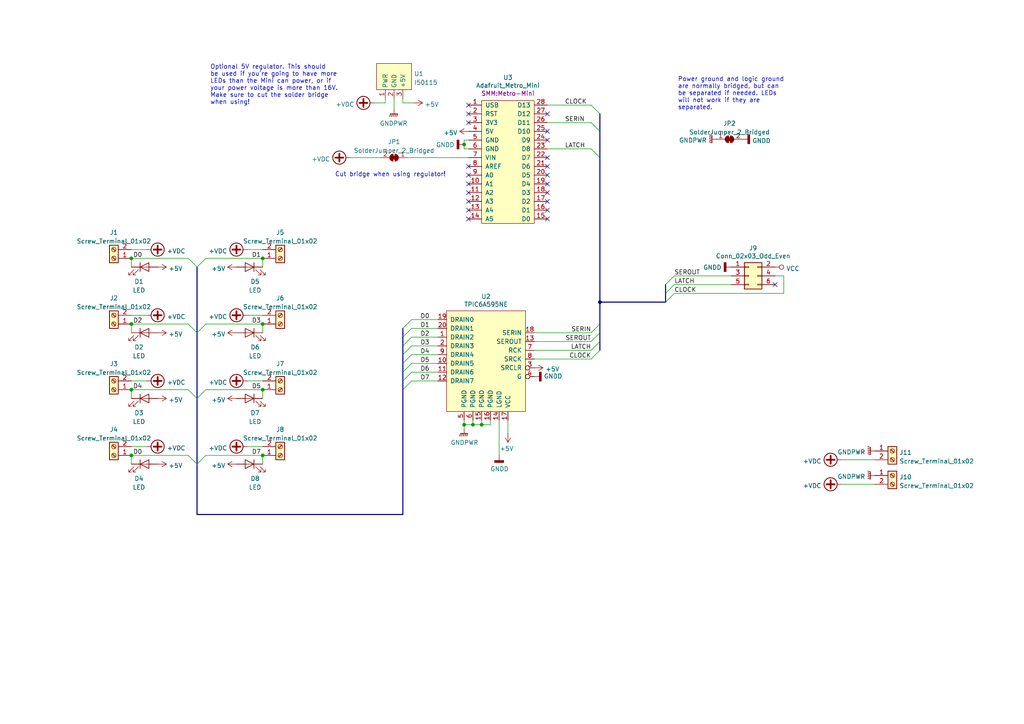
<source format=kicad_sch>
(kicad_sch (version 20211123) (generator eeschema)
  (paper "A4")
  (title_block (title "Power Shift Register - Mother Board") (date "2022-03-04") (rev "0") (company "Science Museum of Minnesota") (comment 1 "Author: Kate Swanson"))
  (lib_symbols
    (symbol "+5V_1" (power) (pin_names (offset 0))
      (property "Value" "+5V_1" (at 0 3.556 0))
      (symbol "+5V_1_0_1"
        (polyline (pts (xy -0.762 1.27) (xy 0 2.54)))
        (polyline (pts (xy 0 0) (xy 0 2.54)))
        (polyline (pts (xy 0 2.54) (xy 0.762 1.27)))
      )
      (symbol "+5V_1_1_1"
        (pin power_in line (at 0 0 90) (length 0) hide (name "+5V") (number "1"))
      )
    )
    (symbol "+5V_2" (power) (pin_names (offset 0))
      (property "Value" "+5V_2" (at 0 3.556 0))
      (symbol "+5V_2_0_1"
        (polyline (pts (xy -0.762 1.27) (xy 0 2.54)))
        (polyline (pts (xy 0 0) (xy 0 2.54)))
        (polyline (pts (xy 0 2.54) (xy 0.762 1.27)))
      )
      (symbol "+5V_2_1_1"
        (pin power_in line (at 0 0 90) (length 0) hide (name "+5V") (number "1"))
      )
    )
    (symbol "+5V_3" (power) (pin_names (offset 0))
      (property "Value" "+5V_3" (at 0 3.556 0))
      (symbol "+5V_3_0_1"
        (polyline (pts (xy -0.762 1.27) (xy 0 2.54)))
        (polyline (pts (xy 0 0) (xy 0 2.54)))
        (polyline (pts (xy 0 2.54) (xy 0.762 1.27)))
      )
      (symbol "+5V_3_1_1"
        (pin power_in line (at 0 0 90) (length 0) hide (name "+5V") (number "1"))
      )
    )
    (symbol "Connector:Screw_Terminal_01x02" (pin_names (offset 1.016) hide)
      (property "Reference" "J" (at 0 2.54 0))
      (property "Value" "Screw_Terminal_01x02" (at 0 -5.08 0))
      (symbol "Screw_Terminal_01x02_1_1"
        (rectangle (start -1.27 1.27) (end 1.27 -3.81) (stroke (width 0.254)) (fill (type background)))
        (circle (center 0 -2.54) (radius 0.635) (stroke (width 0.1524)))
        (polyline (pts (xy -0.5334 -2.2098) (xy 0.3302 -3.048)) (stroke (width 0.1524)))
        (polyline (pts (xy -0.5334 0.3302) (xy 0.3302 -0.508)) (stroke (width 0.1524)))
        (polyline (pts (xy -0.3556 -2.032) (xy 0.508 -2.8702)) (stroke (width 0.1524)))
        (polyline (pts (xy -0.3556 0.508) (xy 0.508 -0.3302)) (stroke (width 0.1524)))
        (circle (center 0 0) (radius 0.635) (stroke (width 0.1524)))
        (pin passive line (at -5.08 0 0) (length 3.81) (name "Pin_1") (number "1"))
        (pin passive line (at -5.08 -2.54 0) (length 3.81) (name "Pin_2") (number "2"))
      )
    )
    (symbol "Connector_Generic:Conn_02x03_Odd_Even" (pin_names (offset 1.016) hide)
      (property "Reference" "J" (at 1.27 5.08 0))
      (property "Value" "Connector_Generic_Conn_02x03_Odd_Even" (at 1.27 -5.08 0))
      (symbol "Conn_02x03_Odd_Even_1_1"
        (rectangle (start -1.27 -2.413) (end 0 -2.667) (stroke (width 0.1524)))
        (rectangle (start -1.27 0.127) (end 0 -0.127) (stroke (width 0.1524)))
        (rectangle (start -1.27 2.667) (end 0 2.413) (stroke (width 0.1524)))
        (rectangle (start -1.27 3.81) (end 3.81 -3.81) (stroke (width 0.254)) (fill (type background)))
        (rectangle (start 3.81 -2.413) (end 2.54 -2.667) (stroke (width 0.1524)))
        (rectangle (start 3.81 0.127) (end 2.54 -0.127) (stroke (width 0.1524)))
        (rectangle (start 3.81 2.667) (end 2.54 2.413) (stroke (width 0.1524)))
        (pin passive line (at -5.08 2.54 0) (length 3.81) (name "Pin_1") (number "1"))
        (pin passive line (at 7.62 2.54 180) (length 3.81) (name "Pin_2") (number "2"))
        (pin passive line (at -5.08 0 0) (length 3.81) (name "Pin_3") (number "3"))
        (pin passive line (at 7.62 0 180) (length 3.81) (name "Pin_4") (number "4"))
        (pin passive line (at -5.08 -2.54 0) (length 3.81) (name "Pin_5") (number "5"))
        (pin passive line (at 7.62 -2.54 180) (length 3.81) (name "Pin_6") (number "6"))
      )
    )
    (symbol "Device:LED" (pin_numbers hide) (pin_names (offset 1.016) hide)
      (property "Reference" "D" (at 0 2.54 0))
      (property "Value" "LED" (at 0 -2.54 0))
      (symbol "LED_0_1"
        (polyline (pts (xy -1.27 -1.27) (xy -1.27 1.27)) (stroke (width 0.2032)))
        (polyline (pts (xy -1.27 0) (xy 1.27 0)))
        (polyline (pts (xy 1.27 -1.27) (xy 1.27 1.27) (xy -1.27 0) (xy 1.27 -1.27)) (stroke (width 0.2032)))
        (polyline (pts (xy -3.048 -0.762) (xy -4.572 -2.286) (xy -3.81 -2.286) (xy -4.572 -2.286) (xy -4.572 -1.524)))
        (polyline (pts (xy -1.778 -0.762) (xy -3.302 -2.286) (xy -2.54 -2.286) (xy -3.302 -2.286) (xy -3.302 -1.524)))
      )
      (symbol "LED_1_1"
        (pin passive line (at -3.81 0 0) (length 2.54) (name "K") (number "1"))
        (pin passive line (at 3.81 0 180) (length 2.54) (name "A") (number "2"))
      )
    )
    (symbol "GNDD_1" (power) (pin_names (offset 0))
      (property "Value" "GNDD_1" (at 0 -3.175 0))
      (symbol "GNDD_1_0_1"
        (rectangle (start -1.27 -1.524) (end 1.27 -2.032) (stroke (width 0.254)) (fill (type outline)))
        (polyline (pts (xy 0 0) (xy 0 -1.524)))
      )
      (symbol "GNDD_1_1_1"
        (pin power_in line (at 0 0 270) (length 0) hide (name "GNDD") (number "1"))
      )
    )
    (symbol "GNDPWR_1" (power) (pin_names (offset 0))
      (property "Value" "GNDPWR_1" (at 0 -3.302 0))
      (symbol "GNDPWR_1_0_1"
        (polyline (pts (xy 0 -1.27) (xy 0 0)))
        (polyline (pts (xy -1.016 -1.27) (xy -1.27 -2.032) (xy -1.27 -2.032)) (stroke (width 0.2032)))
        (polyline (pts (xy -0.508 -1.27) (xy -0.762 -2.032) (xy -0.762 -2.032)) (stroke (width 0.2032)))
        (polyline (pts (xy 0 -1.27) (xy -0.254 -2.032) (xy -0.254 -2.032)) (stroke (width 0.2032)))
        (polyline (pts (xy 0.508 -1.27) (xy 0.254 -2.032) (xy 0.254 -2.032)) (stroke (width 0.2032)))
        (polyline (pts (xy 1.016 -1.27) (xy -1.016 -1.27) (xy -1.016 -1.27)) (stroke (width 0.2032)))
        (polyline (pts (xy 1.016 -1.27) (xy 0.762 -2.032) (xy 0.762 -2.032) (xy 0.762 -2.032)) (stroke (width 0.2032)))
      )
      (symbol "GNDPWR_1_1_1"
        (pin power_in line (at 0 0 270) (length 0) hide (name "GNDPWR") (number "1"))
      )
    )
    (symbol "GNDPWR_2" (power) (pin_names (offset 0))
      (property "Value" "GNDPWR_2" (at 0 -3.302 0))
      (symbol "GNDPWR_2_0_1"
        (polyline (pts (xy 0 -1.27) (xy 0 0)))
        (polyline (pts (xy -1.016 -1.27) (xy -1.27 -2.032) (xy -1.27 -2.032)) (stroke (width 0.2032)))
        (polyline (pts (xy -0.508 -1.27) (xy -0.762 -2.032) (xy -0.762 -2.032)) (stroke (width 0.2032)))
        (polyline (pts (xy 0 -1.27) (xy -0.254 -2.032) (xy -0.254 -2.032)) (stroke (width 0.2032)))
        (polyline (pts (xy 0.508 -1.27) (xy 0.254 -2.032) (xy 0.254 -2.032)) (stroke (width 0.2032)))
        (polyline (pts (xy 1.016 -1.27) (xy -1.016 -1.27) (xy -1.016 -1.27)) (stroke (width 0.2032)))
        (polyline (pts (xy 1.016 -1.27) (xy 0.762 -2.032) (xy 0.762 -2.032) (xy 0.762 -2.032)) (stroke (width 0.2032)))
      )
      (symbol "GNDPWR_2_1_1"
        (pin power_in line (at 0 0 270) (length 0) hide (name "GNDPWR") (number "1"))
      )
    )
    (symbol "GNDPWR_3" (power) (pin_names (offset 0))
      (property "Value" "GNDPWR_3" (at 0 -3.302 0))
      (symbol "GNDPWR_3_0_1"
        (polyline (pts (xy 0 -1.27) (xy 0 0)))
        (polyline (pts (xy -1.016 -1.27) (xy -1.27 -2.032) (xy -1.27 -2.032)) (stroke (width 0.2032)))
        (polyline (pts (xy -0.508 -1.27) (xy -0.762 -2.032) (xy -0.762 -2.032)) (stroke (width 0.2032)))
        (polyline (pts (xy 0 -1.27) (xy -0.254 -2.032) (xy -0.254 -2.032)) (stroke (width 0.2032)))
        (polyline (pts (xy 0.508 -1.27) (xy 0.254 -2.032) (xy 0.254 -2.032)) (stroke (width 0.2032)))
        (polyline (pts (xy 1.016 -1.27) (xy -1.016 -1.27) (xy -1.016 -1.27)) (stroke (width 0.2032)))
        (polyline (pts (xy 1.016 -1.27) (xy 0.762 -2.032) (xy 0.762 -2.032) (xy 0.762 -2.032)) (stroke (width 0.2032)))
      )
      (symbol "GNDPWR_3_1_1"
        (pin power_in line (at 0 0 270) (length 0) hide (name "GNDPWR") (number "1"))
      )
    )
    (symbol "Jumper:SolderJumper_2_Bridged" (pin_names (offset 0) hide)
      (property "Reference" "JP" (at 0 2.032 0))
      (property "Value" "SolderJumper_2_Bridged" (at 0 -2.54 0))
      (symbol "SolderJumper_2_Bridged_0_1"
        (rectangle (start -0.508 0.508) (end 0.508 -0.508) (fill (type outline)))
        (arc (start -0.254 1.016) (mid -1.27 0) (end -0.254 -1.016))
        (arc (start -0.254 1.016) (mid -1.27 0) (end -0.254 -1.016) (fill (type outline)))
        (polyline (pts (xy -0.254 1.016) (xy -0.254 -1.016)))
        (polyline (pts (xy 0.254 1.016) (xy 0.254 -1.016)))
        (arc (start 0.254 -1.016) (mid 1.27 0) (end 0.254 1.016))
        (arc (start 0.254 -1.016) (mid 1.27 0) (end 0.254 1.016) (fill (type outline)))
      )
      (symbol "SolderJumper_2_Bridged_1_1"
        (pin passive line (at -3.81 0 0) (length 2.54) (name "A") (number "1"))
        (pin passive line (at 3.81 0 180) (length 2.54) (name "B") (number "2"))
      )
    )
    (symbol "SMM:Adafruit_Metro_Mini" (pin_names (offset 1.016))
      (property "Reference" "U" (at 0 0 0))
      (property "Value" "SMM_Adafruit_Metro_Mini" (at 0 16.51 90))
      (property "Footprint" "SMM:Metro-Mini" (at 0 38.1 0))
      (symbol "Adafruit_Metro_Mini_0_1"
        (rectangle (start -7.62 1.27) (end 7.62 36.83) (fill (type background)))
      )
      (symbol "Adafruit_Metro_Mini_1_1"
        (pin bidirectional line (at -11.43 35.56 0) (length 3.81) (name "USB") (number "1"))
        (pin bidirectional line (at -11.43 12.7 0) (length 3.81) (name "A1") (number "10"))
        (pin bidirectional line (at -11.43 10.16 0) (length 3.81) (name "A2") (number "11"))
        (pin bidirectional line (at -11.43 7.62 0) (length 3.81) (name "A3") (number "12"))
        (pin bidirectional line (at -11.43 5.08 0) (length 3.81) (name "A4") (number "13"))
        (pin bidirectional line (at -11.43 2.54 0) (length 3.81) (name "A5") (number "14"))
        (pin bidirectional line (at 11.43 2.54 180) (length 3.81) (name "D0") (number "15"))
        (pin bidirectional line (at 11.43 5.08 180) (length 3.81) (name "D1") (number "16"))
        (pin bidirectional line (at 11.43 7.62 180) (length 3.81) (name "D2") (number "17"))
        (pin bidirectional line (at 11.43 10.16 180) (length 3.81) (name "D3") (number "18"))
        (pin bidirectional line (at 11.43 12.7 180) (length 3.81) (name "D4") (number "19"))
        (pin bidirectional line (at -11.43 33.02 0) (length 3.81) (name "RST") (number "2"))
        (pin bidirectional line (at 11.43 15.24 180) (length 3.81) (name "D5") (number "20"))
        (pin bidirectional line (at 11.43 17.78 180) (length 3.81) (name "D6") (number "21"))
        (pin bidirectional line (at 11.43 20.32 180) (length 3.81) (name "D7") (number "22"))
        (pin bidirectional line (at 11.43 22.86 180) (length 3.81) (name "D8") (number "23"))
        (pin bidirectional line (at 11.43 25.4 180) (length 3.81) (name "D9") (number "24"))
        (pin bidirectional line (at 11.43 27.94 180) (length 3.81) (name "D10") (number "25"))
        (pin bidirectional line (at 11.43 30.48 180) (length 3.81) (name "D11") (number "26"))
        (pin bidirectional line (at 11.43 33.02 180) (length 3.81) (name "D12") (number "27"))
        (pin bidirectional line (at 11.43 35.56 180) (length 3.81) (name "D13") (number "28"))
        (pin power_out line (at -11.43 30.48 0) (length 3.81) (name "3V3") (number "3"))
        (pin power_out line (at -11.43 27.94 0) (length 3.81) (name "5V") (number "4"))
        (pin power_out line (at -11.43 25.4 0) (length 3.81) (name "GND") (number "5"))
        (pin power_out line (at -11.43 22.86 0) (length 3.81) (name "GND") (number "6"))
        (pin power_in line (at -11.43 20.32 0) (length 3.81) (name "VIN") (number "7"))
        (pin input line (at -11.43 17.78 0) (length 3.81) (name "AREF") (number "8"))
        (pin bidirectional line (at -11.43 15.24 0) (length 3.81) (name "A0") (number "9"))
      )
    )
    (symbol "SMM:I50115"
      (property "Reference" "U" (at 0 0 0))
      (property "Value" "I50115" (at 0 -2.54 0))
      (symbol "I50115_0_1"
        (rectangle (start -5.08 -1.27) (end 5.08 -8.89) (stroke (width 0.1524)) (fill (type background)))
      )
      (symbol "I50115_1_1"
        (pin power_in line (at -2.54 -11.43 90) (length 2.54) (name "PWR") (number "1"))
        (pin unspecified line (at 0 -11.43 90) (length 2.54) (name "GND") (number "2"))
        (pin power_out line (at 2.54 -11.43 90) (length 2.54) (name "+5V") (number "3"))
      )
    )
    (symbol "power-shift-register:TPIC6A595NE" (pin_names (offset 1.016))
      (property "Reference" "U" (at 0 0 0))
      (property "Value" "TPIC6A595NE" (at 0 -12.7 90))
      (symbol "TPIC6A595NE_0_1"
        (rectangle (start -11.43 -1.27) (end 11.43 -30.48) (fill (type background)))
      )
      (symbol "TPIC6A595NE_1_1"
        (pin open_collector line (at -13.97 -8.89 0) (length 2.54) (name "DRAIN2") (number "1"))
        (pin open_collector line (at -13.97 -16.51 0) (length 2.54) (name "DRAIN5") (number "10"))
        (pin open_collector line (at -13.97 -19.05 0) (length 2.54) (name "DRAIN6") (number "11"))
        (pin open_collector line (at -13.97 -21.59 0) (length 2.54) (name "DRAIN7") (number "12"))
        (pin output line (at 13.97 -10.16 180) (length 2.54) (name "SEROUT") (number "13"))
        (pin power_in line (at 3.81 -33.02 90) (length 2.54) (name "LGND") (number "14"))
        (pin power_in line (at -1.27 -33.02 90) (length 2.54) (name "PGND") (number "15"))
        (pin power_in line (at 1.27 -33.02 90) (length 2.54) (name "PGND") (number "16"))
        (pin power_in line (at 6.35 -33.02 90) (length 2.54) (name "VCC") (number "17"))
        (pin input line (at 13.97 -7.62 180) (length 2.54) (name "SERIN") (number "18"))
        (pin open_collector line (at -13.97 -3.81 0) (length 2.54) (name "DRAIN0") (number "19"))
        (pin open_collector line (at -13.97 -11.43 0) (length 2.54) (name "DRAIN3") (number "2"))
        (pin open_collector line (at -13.97 -6.35 0) (length 2.54) (name "DRAIN1") (number "20"))
        (pin input inverted (at 13.97 -17.78 180) (length 2.54) (name "SRCLR") (number "3"))
        (pin input inverted (at 13.97 -20.32 180) (length 2.54) (name "G") (number "4"))
        (pin power_in line (at -6.35 -33.02 90) (length 2.54) (name "PGND") (number "5"))
        (pin power_in line (at -3.81 -33.02 90) (length 2.54) (name "PGND") (number "6"))
        (pin input line (at 13.97 -12.7 180) (length 2.54) (name "RCK") (number "7"))
        (pin input line (at 13.97 -15.24 180) (length 2.54) (name "SRCK") (number "8"))
        (pin open_collector line (at -13.97 -13.97 0) (length 2.54) (name "DRAIN4") (number "9"))
      )
    )
    (symbol "power:+5V" (power) (pin_names (offset 0))
      (property "Value" "power_+5V" (at 0 3.556 0))
      (symbol "+5V_0_1"
        (polyline (pts (xy -0.762 1.27) (xy 0 2.54)))
        (polyline (pts (xy 0 0) (xy 0 2.54)))
        (polyline (pts (xy 0 2.54) (xy 0.762 1.27)))
      )
      (symbol "+5V_1_1"
        (pin power_in line (at 0 0 90) (length 0) hide (name "+5V") (number "1"))
      )
    )
    (symbol "power:+VDC" (power) (pin_names (offset 0))
      (property "Value" "+VDC" (at 0 6.35 0))
      (symbol "+VDC_0_1"
        (polyline (pts (xy -1.143 3.175) (xy 1.143 3.175)) (stroke (width 0.508)))
        (polyline (pts (xy 0 0) (xy 0 1.27)))
        (polyline (pts (xy 0 2.032) (xy 0 4.318)) (stroke (width 0.508)))
        (circle (center 0 3.175) (radius 1.905) (stroke (width 0.254)))
      )
      (symbol "+VDC_1_1"
        (pin power_in line (at 0 0 90) (length 0) hide (name "+VDC") (number "1"))
      )
    )
    (symbol "power:GNDD" (power) (pin_names (offset 0))
      (property "Value" "power_GNDD" (at 0 -3.175 0))
      (symbol "GNDD_0_1"
        (rectangle (start -1.27 -1.524) (end 1.27 -2.032) (stroke (width 0.254)) (fill (type outline)))
        (polyline (pts (xy 0 0) (xy 0 -1.524)))
      )
      (symbol "GNDD_1_1"
        (pin power_in line (at 0 0 270) (length 0) hide (name "GNDD") (number "1"))
      )
    )
    (symbol "power:GNDPWR" (power) (pin_names (offset 0))
      (property "Value" "power_GNDPWR" (at 0 -3.302 0))
      (symbol "GNDPWR_0_1"
        (polyline (pts (xy 0 -1.27) (xy 0 0)))
        (polyline (pts (xy -1.016 -1.27) (xy -1.27 -2.032) (xy -1.27 -2.032)) (stroke (width 0.2032)))
        (polyline (pts (xy -0.508 -1.27) (xy -0.762 -2.032) (xy -0.762 -2.032)) (stroke (width 0.2032)))
        (polyline (pts (xy 0 -1.27) (xy -0.254 -2.032) (xy -0.254 -2.032)) (stroke (width 0.2032)))
        (polyline (pts (xy 0.508 -1.27) (xy 0.254 -2.032) (xy 0.254 -2.032)) (stroke (width 0.2032)))
        (polyline (pts (xy 1.016 -1.27) (xy -1.016 -1.27) (xy -1.016 -1.27)) (stroke (width 0.2032)))
        (polyline (pts (xy 1.016 -1.27) (xy 0.762 -2.032) (xy 0.762 -2.032) (xy 0.762 -2.032)) (stroke (width 0.2032)))
      )
      (symbol "GNDPWR_1_1"
        (pin power_in line (at 0 0 270) (length 0) hide (name "GNDPWR") (number "1"))
      )
    )
    (symbol "power:VCC" (power) (pin_names (offset 0))
      (property "Value" "power_VCC" (at 0 3.81 0))
      (symbol "VCC_0_1"
        (polyline (pts (xy 0 0) (xy 0 1.27)))
        (circle (center 0 1.905) (radius 0.635))
      )
      (symbol "VCC_1_1"
        (pin power_in line (at 0 0 90) (length 0) hide (name "VCC") (number "1"))
      )
    )
  )
  (junction (at 137.16 123.19))
  (junction (at 139.7 123.19))
  (junction (at 173.99 87.63))
  (junction (at 134.62 41.91))
  (junction (at 76.2 93.98))
  (junction (at 134.62 123.19))
  (junction (at 38.1 132.08))
  (junction (at 76.2 113.03))
  (junction (at 38.1 93.98))
  (junction (at 76.2 132.08))
  (junction (at 76.2 74.93))
  (junction (at 38.1 74.93))
  (junction (at 38.1 113.03))
  (no_connect (at 224.79 82.55))
  (no_connect (at 158.75 63.5))
  (no_connect (at 135.89 35.56))
  (no_connect (at 135.89 60.96))
  (no_connect (at 158.75 53.34))
  (no_connect (at 158.75 33.02))
  (no_connect (at 158.75 38.1))
  (no_connect (at 158.75 58.42))
  (no_connect (at 135.89 50.8))
  (no_connect (at 135.89 53.34))
  (no_connect (at 158.75 40.64))
  (no_connect (at 158.75 50.8))
  (no_connect (at 158.75 60.96))
  (no_connect (at 135.89 33.02))
  (no_connect (at 135.89 48.26))
  (no_connect (at 135.89 30.48))
  (no_connect (at 158.75 48.26))
  (no_connect (at 135.89 58.42))
  (no_connect (at 158.75 45.72))
  (no_connect (at 135.89 63.5))
  (no_connect (at 158.75 55.88))
  (no_connect (at 135.89 55.88))
  (bus_entry (at 59.69 132.08) (size -2.54 2.54))
  (bus_entry (at 59.69 74.93) (size -2.54 2.54))
  (bus_entry (at 119.38 105.41) (size -2.54 2.54))
  (bus_entry (at 54.61 113.03) (size 2.54 2.54))
  (bus_entry (at 171.45 104.14) (size 2.54 -2.54))
  (bus_entry (at 59.69 113.03) (size -2.54 2.54))
  (bus_entry (at 59.69 93.98) (size -2.54 2.54))
  (bus_entry (at 54.61 74.93) (size 2.54 2.54))
  (bus_entry (at 54.61 132.08) (size 2.54 2.54))
  (bus_entry (at 171.45 30.48) (size 2.54 2.54))
  (bus_entry (at 171.45 35.56) (size 2.54 2.54))
  (bus_entry (at 171.45 43.18) (size 2.54 2.54))
  (bus_entry (at 119.38 110.49) (size -2.54 2.54))
  (bus_entry (at 195.58 80.01) (size -2.54 2.54))
  (bus_entry (at 54.61 93.98) (size 2.54 2.54))
  (bus_entry (at 195.58 82.55) (size -2.54 2.54))
  (bus_entry (at 119.38 92.71) (size -2.54 2.54))
  (bus_entry (at 171.45 101.6) (size 2.54 -2.54))
  (bus_entry (at 195.58 85.09) (size -2.54 2.54))
  (bus_entry (at 171.45 99.06) (size 2.54 -2.54))
  (bus_entry (at 171.45 96.52) (size 2.54 -2.54))
  (bus_entry (at 119.38 102.87) (size -2.54 2.54))
  (bus_entry (at 119.38 97.79) (size -2.54 2.54))
  (bus_entry (at 119.38 100.33) (size -2.54 2.54))
  (bus_entry (at 119.38 107.95) (size -2.54 2.54))
  (bus_entry (at 119.38 95.25) (size -2.54 2.54))
  (wire (pts (xy 227.33 80.01) (xy 227.33 85.09)))
  (bus (pts (xy 116.84 113.03) (xy 116.84 149.225)))
  (wire (pts (xy 54.61 74.93) (xy 38.1 74.93)))
  (wire (pts (xy 224.79 80.01) (xy 227.33 80.01)))
  (bus (pts (xy 57.15 96.52) (xy 57.15 115.57)))
  (wire (pts (xy 134.62 43.18) (xy 135.89 43.18)))
  (bus (pts (xy 57.15 149.225) (xy 57.15 134.62)))
  (wire (pts (xy 119.38 105.41) (xy 127 105.41)))
  (bus (pts (xy 173.99 93.98) (xy 173.99 96.52)))
  (wire (pts (xy 171.45 96.52) (xy 154.94 96.52)))
  (wire (pts (xy 42.545 110.49) (xy 38.1 110.49)))
  (wire (pts (xy 38.1 113.03) (xy 38.1 115.57)))
  (wire (pts (xy 195.58 80.01) (xy 212.09 80.01)))
  (wire (pts (xy 38.1 74.93) (xy 38.1 77.47)))
  (wire (pts (xy 101.6 45.72) (xy 110.49 45.72)))
  (wire (pts (xy 142.24 123.19) (xy 142.24 121.92)))
  (bus (pts (xy 193.04 82.55) (xy 193.04 85.09)))
  (wire (pts (xy 76.2 74.93) (xy 76.2 77.47)))
  (wire (pts (xy 195.58 85.09) (xy 227.33 85.09)))
  (wire (pts (xy 59.69 132.08) (xy 76.2 132.08)))
  (wire (pts (xy 71.755 91.44) (xy 76.2 91.44)))
  (bus (pts (xy 173.99 99.06) (xy 173.99 101.6)))
  (wire (pts (xy 114.3 31.75) (xy 114.3 28.575)))
  (wire (pts (xy 71.755 72.39) (xy 76.2 72.39)))
  (bus (pts (xy 173.99 96.52) (xy 173.99 99.06)))
  (wire (pts (xy 154.94 104.14) (xy 171.45 104.14)))
  (wire (pts (xy 134.62 123.19) (xy 134.62 121.92)))
  (bus (pts (xy 116.84 95.25) (xy 116.84 97.79)))
  (bus (pts (xy 116.84 100.33) (xy 116.84 102.87)))
  (wire (pts (xy 119.38 107.95) (xy 127 107.95)))
  (bus (pts (xy 116.84 97.79) (xy 116.84 100.33)))
  (wire (pts (xy 137.16 123.19) (xy 139.7 123.19)))
  (wire (pts (xy 134.62 40.64) (xy 134.62 41.91)))
  (wire (pts (xy 134.62 41.91) (xy 134.62 43.18)))
  (wire (pts (xy 54.61 113.03) (xy 38.1 113.03)))
  (wire (pts (xy 120.015 29.845) (xy 116.84 29.845)))
  (wire (pts (xy 139.7 123.19) (xy 139.7 121.92)))
  (wire (pts (xy 116.84 29.845) (xy 116.84 28.575)))
  (wire (pts (xy 76.2 93.98) (xy 76.2 96.52)))
  (wire (pts (xy 54.61 93.98) (xy 38.1 93.98)))
  (wire (pts (xy 244.094 133.35) (xy 253.746 133.35)))
  (wire (pts (xy 108.585 29.845) (xy 111.76 29.845)))
  (wire (pts (xy 134.62 40.64) (xy 135.89 40.64)))
  (wire (pts (xy 71.755 129.54) (xy 76.2 129.54)))
  (bus (pts (xy 116.84 107.95) (xy 116.84 110.49)))
  (wire (pts (xy 111.76 29.845) (xy 111.76 28.575)))
  (wire (pts (xy 119.38 102.87) (xy 127 102.87)))
  (wire (pts (xy 76.2 113.03) (xy 76.2 115.57)))
  (wire (pts (xy 158.75 35.56) (xy 171.45 35.56)))
  (wire (pts (xy 118.11 45.72) (xy 135.89 45.72)))
  (wire (pts (xy 119.38 95.25) (xy 127 95.25)))
  (wire (pts (xy 119.38 100.33) (xy 127 100.33)))
  (wire (pts (xy 59.69 113.03) (xy 76.2 113.03)))
  (wire (pts (xy 76.2 132.08) (xy 76.2 134.62)))
  (bus (pts (xy 116.84 102.87) (xy 116.84 105.41)))
  (wire (pts (xy 137.16 123.19) (xy 137.16 121.92)))
  (wire (pts (xy 38.1 132.08) (xy 38.1 134.62)))
  (bus (pts (xy 173.99 38.1) (xy 173.99 45.72)))
  (wire (pts (xy 158.75 43.18) (xy 171.45 43.18)))
  (wire (pts (xy 59.69 93.98) (xy 76.2 93.98)))
  (wire (pts (xy 54.61 132.08) (xy 38.1 132.08)))
  (wire (pts (xy 158.75 30.48) (xy 171.45 30.48)))
  (bus (pts (xy 116.84 110.49) (xy 116.84 113.03)))
  (bus (pts (xy 57.15 115.57) (xy 57.15 134.62)))
  (bus (pts (xy 116.84 149.225) (xy 57.15 149.225)))
  (wire (pts (xy 59.69 74.93) (xy 76.2 74.93)))
  (wire (pts (xy 119.38 110.49) (xy 127 110.49)))
  (wire (pts (xy 119.38 92.71) (xy 127 92.71)))
  (wire (pts (xy 134.62 123.19) (xy 134.62 124.46)))
  (wire (pts (xy 134.62 123.19) (xy 137.16 123.19)))
  (wire (pts (xy 42.545 72.39) (xy 38.1 72.39)))
  (wire (pts (xy 42.545 91.44) (xy 38.1 91.44)))
  (bus (pts (xy 173.99 33.02) (xy 173.99 38.1)))
  (bus (pts (xy 193.04 85.09) (xy 193.04 87.63)))
  (wire (pts (xy 42.545 129.54) (xy 38.1 129.54)))
  (bus (pts (xy 173.99 87.63) (xy 193.04 87.63)))
  (wire (pts (xy 147.32 121.92) (xy 147.32 125.73)))
  (wire (pts (xy 144.78 121.92) (xy 144.78 132.08)))
  (wire (pts (xy 139.7 123.19) (xy 142.24 123.19)))
  (wire (pts (xy 244.094 140.462) (xy 253.746 140.462)))
  (wire (pts (xy 195.58 82.55) (xy 212.09 82.55)))
  (wire (pts (xy 119.38 97.79) (xy 127 97.79)))
  (wire (pts (xy 38.1 93.98) (xy 38.1 96.52)))
  (wire (pts (xy 171.45 101.6) (xy 154.94 101.6)))
  (wire (pts (xy 71.755 110.49) (xy 76.2 110.49)))
  (bus (pts (xy 173.99 45.72) (xy 173.99 87.63)))
  (bus (pts (xy 57.15 77.47) (xy 57.15 96.52)))
  (wire (pts (xy 171.45 99.06) (xy 154.94 99.06)))
  (bus (pts (xy 173.99 87.63) (xy 173.99 93.98)))
  (bus (pts (xy 116.84 105.41) (xy 116.84 107.95)))
  (text "Cut bridge when using regulator!" (at 97.155 51.435 0) (effects (font (size 1.27 1.27)) (justify left bottom)))
  (text "Power ground and logic ground \nare normally bridged, but can \nbe separated if needed. LEDs \nwill not work if they are \nseparated." (at 196.596 32.004 0) (effects (font (size 1.27 1.27)) (justify left bottom)))
  (text "Optional 5V regulator. This should\nbe used if you're going to have more\nLEDs than the Mini can power, or if\nyour power voltage is more than 16V.\nMake sure to cut the solder bridge\nwhen using!" (at 60.96 30.48 0) (effects (font (size 1.27 1.27)) (justify left bottom)))
  (label "D3" (at 73.025 93.98 0))
  (label "D2" (at 41.275 93.98 180))
  (label "SERIN" (at 171.45 96.52 180))
  (label "SEROUT" (at 195.58 80.01 0))
  (label "LATCH" (at 171.45 101.6 180))
  (label "D7" (at 73.025 132.08 0))
  (label "D0" (at 121.92 92.71 0))
  (label "D3" (at 121.92 100.33 0))
  (label "D5" (at 73.025 113.03 0))
  (label "D0" (at 41.275 132.08 180))
  (label "LATCH" (at 195.58 82.55 0))
  (label "CLOCK" (at 163.83 30.48 0))
  (label "D2" (at 121.92 97.79 0))
  (label "D4" (at 41.275 113.03 180))
  (label "D6" (at 121.92 107.95 0))
  (label "LATCH" (at 163.83 43.18 0))
  (label "SERIN" (at 163.83 35.56 0))
  (label "D5" (at 121.92 105.41 0))
  (label "D4" (at 121.92 102.87 0))
  (label "D7" (at 121.92 110.49 0))
  (label "CLOCK" (at 171.45 104.14 180))
  (label "D1" (at 121.92 95.25 0))
  (label "D1" (at 73.025 74.93 0))
  (label "D0" (at 41.275 74.93 180))
  (label "CLOCK" (at 195.58 85.09 0))
  (label "SEROUT" (at 171.45 99.06 180))
  (symbol (lib_id "power-shift-register:TPIC6A595NE") (at 140.97 88.9 0) (unit 1)
    (property "Reference" "U2" (at 140.97 85.979 0))
    (property "Value" "TPIC6A595NE" (at 140.97 88.2904 0))
    (property "Footprint" "Package_DIP:DIP-20_W7.62mm_Socket" (effects hide))
  )
  (symbol (lib_id "Connector_Generic:Conn_02x03_Odd_Even") (at 217.17 80.01 0) (unit 1)
    (property "Reference" "J9" (at 218.44 71.9582 0))
    (property "Value" "Conn_02x03_Odd_Even" (at 218.44 74.2696 0))
    (property "Footprint" "Connector_IDC:IDC-Header_2x03_P2.54mm_Vertical" (effects hide))
  )
  (symbol (lib_id "power:GNDD") (at 212.09 77.47 270) (unit 1)
    (property "Reference" "#PWR029" (effects hide))
    (property "Value" "GNDD" (at 209.296 77.5716 90) (effects (justify right)))
  )
  (symbol (lib_id "power:VCC") (at 224.79 77.47 270) (unit 1)
    (property "Reference" "#PWR031" (effects hide))
    (property "Value" "VCC" (at 228.0412 77.9018 90) (effects (justify left)))
  )
  (symbol (lib_id "SMM:Adafruit_Metro_Mini") (at 147.32 66.04 0) (unit 1)
    (property "Reference" "U3" (at 147.32 22.479 0))
    (property "Value" "Adafruit_Metro_Mini" (at 147.32 24.7904 0))
    (property "Footprint" "SMM:Metro-Mini" (at 147.32 27.1018 0))
  )
  (symbol (lib_id "power:GNDD") (at 134.62 41.91 270) (unit 1)
    (property "Reference" "#PWR021" (effects hide))
    (property "Value" "GNDD" (at 131.826 42.0116 90) (effects (justify right)))
  )
  (symbol (lib_id "power:GNDPWR") (at 134.62 124.46 0) (unit 1)
    (property "Reference" "#PWR022" (effects hide))
    (property "Value" "GNDPWR" (at 134.7216 128.3716 0))
  )
  (symbol (lib_id "power:GNDD") (at 144.78 132.08 0) (unit 1)
    (property "Reference" "#PWR024" (effects hide))
    (property "Value" "GNDD" (at 144.8816 136.017 0))
  )
  (symbol (lib_id "power:+5V") (at 147.32 125.73 180) (unit 1)
    (property "Reference" "#PWR025" (effects hide))
    (property "Value" "+5V" (at 146.939 130.1242 0))
  )
  (symbol (lib_id "power:+5V") (at 154.94 106.68 270) (unit 1)
    (property "Reference" "#PWR026" (effects hide))
    (property "Value" "+5V" (at 158.1912 107.061 90) (effects (justify left)))
  )
  (symbol (lib_id "power:GNDD") (at 154.94 109.22 90) (unit 1)
    (property "Reference" "#PWR027" (effects hide))
    (property "Value" "GNDD" (at 157.734 109.1184 90) (effects (justify right)))
  )
  (symbol (lib_id "Connector:Screw_Terminal_01x02") (at 258.826 137.922 0) (unit 1)
    (property "Reference" "J10" (at 260.858 138.3573 0) (effects (justify left)))
    (property "Value" "Screw_Terminal_01x02" (at 260.858 140.8942 0) (effects (justify left)))
    (property "Footprint" "TerminalBlock:TerminalBlock_bornier-2_P5.08mm" (effects hide))
  )
  (symbol (lib_id "Connector:Screw_Terminal_01x02") (at 81.28 113.03 0) (mirror x) (unit 1)
    (property "Reference" "J7" (at 81.28 105.5202 0))
    (property "Value" "Screw_Terminal_01x02" (at 81.28 108.0571 0))
    (property "Footprint" "TerminalBlock:TerminalBlock_bornier-2_P5.08mm" (effects hide))
  )
  (symbol (lib_id "Device:LED") (at 72.39 134.62 0) (mirror y) (unit 1)
    (property "Reference" "D8" (at 73.9902 138.8094 0))
    (property "Value" "LED" (at 73.9902 141.3463 0))
    (property "Footprint" "LED_THT:LED_D3.0mm" (effects hide))
  )
  (symbol (lib_name "+5V_3") (lib_id "power:+5V") (at 45.72 96.52 270) (unit 1)
    (property "Reference" "#PWR06" (effects hide))
    (property "Value" "+5V" (at 48.895 96.9538 90) (effects (justify left)))
  )
  (symbol (lib_id "Connector:Screw_Terminal_01x02") (at 33.02 132.08 180) (unit 1)
    (property "Reference" "J4" (at 33.02 124.5702 0))
    (property "Value" "Screw_Terminal_01x02" (at 33.02 127.1071 0))
    (property "Footprint" "TerminalBlock:TerminalBlock_bornier-2_P5.08mm" (effects hide))
  )
  (symbol (lib_id "power:+VDC") (at 108.585 29.845 90) (unit 1)
    (property "Reference" "#PWR018" (effects hide))
    (property "Value" "+VDC" (at 102.743 30.2788 90) (effects (justify left)))
  )
  (symbol (lib_id "power:+VDC") (at 71.755 129.54 90) (mirror x) (unit 1)
    (property "Reference" "#PWR016" (effects hide))
    (property "Value" "+VDC" (at 65.913 129.9738 90) (effects (justify left)))
  )
  (symbol (lib_id "power:+VDC") (at 42.545 110.49 270) (unit 1)
    (property "Reference" "#PWR03" (effects hide))
    (property "Value" "+VDC" (at 48.387 110.9238 90) (effects (justify left)))
  )
  (symbol (lib_name "GNDD_1") (lib_id "power:GNDD") (at 215.392 40.386 90) (unit 1)
    (property "Reference" "#PWR030" (effects hide))
    (property "Value" "GNDD" (at 218.186 40.8198 90) (effects (justify right)))
  )
  (symbol (lib_name "+5V_3") (lib_id "power:+5V") (at 45.72 115.57 270) (unit 1)
    (property "Reference" "#PWR07" (effects hide))
    (property "Value" "+5V" (at 48.895 116.0038 90) (effects (justify left)))
  )
  (symbol (lib_id "Jumper:SolderJumper_2_Bridged") (at 114.3 45.72 0) (mirror y) (unit 1)
    (property "Reference" "JP1" (at 114.3 41.1312 0))
    (property "Value" "SolderJumper_2_Bridged" (at 114.3 43.6681 0))
    (property "Footprint" "Jumper:SolderJumper-2_P1.3mm_Bridged_RoundedPad1.0x1.5mm" (effects hide))
  )
  (symbol (lib_id "power:+VDC") (at 42.545 72.39 270) (unit 1)
    (property "Reference" "#PWR01" (effects hide))
    (property "Value" "+VDC" (at 48.387 72.8238 90) (effects (justify left)))
  )
  (symbol (lib_name "+5V_3") (lib_id "power:+5V") (at 68.58 115.57 90) (mirror x) (unit 1)
    (property "Reference" "#PWR011" (effects hide))
    (property "Value" "+5V" (at 65.405 116.0038 90) (effects (justify left)))
  )
  (symbol (lib_id "Connector:Screw_Terminal_01x02") (at 81.28 132.08 0) (mirror x) (unit 1)
    (property "Reference" "J8" (at 81.28 124.5702 0))
    (property "Value" "Screw_Terminal_01x02" (at 81.28 127.1071 0))
    (property "Footprint" "TerminalBlock:TerminalBlock_bornier-2_P5.08mm" (effects hide))
  )
  (symbol (lib_id "Device:LED") (at 41.91 77.47 0) (unit 1)
    (property "Reference" "D1" (at 40.3098 81.6594 0))
    (property "Value" "LED" (at 40.3098 84.1963 0))
    (property "Footprint" "LED_THT:LED_D3.0mm" (effects hide))
  )
  (symbol (lib_name "GNDPWR_2") (lib_id "power:GNDPWR") (at 114.3 31.75 0) (unit 1)
    (property "Reference" "#PWR019" (effects hide))
    (property "Value" "GNDPWR" (at 114.173 35.787 0))
  )
  (symbol (lib_id "Device:LED") (at 72.39 96.52 0) (mirror y) (unit 1)
    (property "Reference" "D6" (at 73.9902 100.7094 0))
    (property "Value" "LED" (at 73.9902 103.2463 0))
    (property "Footprint" "LED_THT:LED_D3.0mm" (effects hide))
  )
  (symbol (lib_id "SMM:I50115") (at 114.3 17.145 0) (unit 1)
    (property "Reference" "U1" (at 120.0912 21.3903 0) (effects (justify left)))
    (property "Value" "I50115" (at 120.0912 23.9272 0) (effects (justify left)))
    (property "Footprint" "SMM:I50115" (effects hide))
  )
  (symbol (lib_name "GNDPWR_3") (lib_id "power:GNDPWR") (at 253.746 130.81 270) (unit 1)
    (property "Reference" "#PWR033" (effects hide))
    (property "Value" "GNDPWR" (at 250.9775 131.1168 90) (effects (justify right)))
  )
  (symbol (lib_id "Connector:Screw_Terminal_01x02") (at 258.826 130.81 0) (unit 1)
    (property "Reference" "J11" (at 260.858 131.2453 0) (effects (justify left)))
    (property "Value" "Screw_Terminal_01x02" (at 260.858 133.7822 0) (effects (justify left)))
    (property "Footprint" "TerminalBlock:TerminalBlock_bornier-2_P5.08mm" (effects hide))
  )
  (symbol (lib_name "+5V_1") (lib_id "power:+5V") (at 135.89 38.1 90) (unit 1)
    (property "Reference" "#PWR023" (effects hide))
    (property "Value" "+5V" (at 132.7151 38.5338 90) (effects (justify left)))
  )
  (symbol (lib_name "+5V_3") (lib_id "power:+5V") (at 68.58 96.52 90) (mirror x) (unit 1)
    (property "Reference" "#PWR010" (effects hide))
    (property "Value" "+5V" (at 65.405 96.9538 90) (effects (justify left)))
  )
  (symbol (lib_id "power:+VDC") (at 42.545 129.54 270) (unit 1)
    (property "Reference" "#PWR04" (effects hide))
    (property "Value" "+VDC" (at 48.387 129.9738 90) (effects (justify left)))
  )
  (symbol (lib_id "power:+VDC") (at 71.755 72.39 90) (mirror x) (unit 1)
    (property "Reference" "#PWR013" (effects hide))
    (property "Value" "+VDC" (at 65.913 72.8238 90) (effects (justify left)))
  )
  (symbol (lib_id "power:+VDC") (at 71.755 91.44 90) (mirror x) (unit 1)
    (property "Reference" "#PWR014" (effects hide))
    (property "Value" "+VDC" (at 65.913 91.8738 90) (effects (justify left)))
  )
  (symbol (lib_name "+5V_3") (lib_id "power:+5V") (at 68.58 134.62 90) (mirror x) (unit 1)
    (property "Reference" "#PWR012" (effects hide))
    (property "Value" "+5V" (at 65.405 135.0538 90) (effects (justify left)))
  )
  (symbol (lib_id "Device:LED") (at 41.91 115.57 0) (unit 1)
    (property "Reference" "D3" (at 40.3098 119.7594 0))
    (property "Value" "LED" (at 40.3098 122.2963 0))
    (property "Footprint" "LED_THT:LED_D3.0mm" (effects hide))
  )
  (symbol (lib_name "+5V_3") (lib_id "power:+5V") (at 68.58 77.47 90) (mirror x) (unit 1)
    (property "Reference" "#PWR09" (effects hide))
    (property "Value" "+5V" (at 65.405 77.9038 90) (effects (justify left)))
  )
  (symbol (lib_id "power:+VDC") (at 101.6 45.72 90) (unit 1)
    (property "Reference" "#PWR017" (effects hide))
    (property "Value" "+VDC" (at 95.758 46.1538 90) (effects (justify left)))
  )
  (symbol (lib_id "Connector:Screw_Terminal_01x02") (at 33.02 93.98 180) (unit 1)
    (property "Reference" "J2" (at 33.02 86.4702 0))
    (property "Value" "Screw_Terminal_01x02" (at 33.02 89.0071 0))
    (property "Footprint" "TerminalBlock:TerminalBlock_bornier-2_P5.08mm" (effects hide))
  )
  (symbol (lib_id "Connector:Screw_Terminal_01x02") (at 81.28 93.98 0) (mirror x) (unit 1)
    (property "Reference" "J6" (at 81.28 86.4702 0))
    (property "Value" "Screw_Terminal_01x02" (at 81.28 89.0071 0))
    (property "Footprint" "TerminalBlock:TerminalBlock_bornier-2_P5.08mm" (effects hide))
  )
  (symbol (lib_id "Device:LED") (at 72.39 77.47 0) (mirror y) (unit 1)
    (property "Reference" "D5" (at 73.9902 81.6594 0))
    (property "Value" "LED" (at 73.9902 84.1963 0))
    (property "Footprint" "LED_THT:LED_D3.0mm" (effects hide))
  )
  (symbol (lib_id "Jumper:SolderJumper_2_Bridged") (at 211.582 40.386 0) (unit 1)
    (property "Reference" "JP2" (at 211.582 35.7972 0))
    (property "Value" "SolderJumper_2_Bridged" (at 211.582 38.3341 0))
    (property "Footprint" "Jumper:SolderJumper-2_P1.3mm_Bridged_RoundedPad1.0x1.5mm" (effects hide))
  )
  (symbol (lib_id "power:+VDC") (at 244.094 133.35 90) (unit 1)
    (property "Reference" "#PWR032" (effects hide))
    (property "Value" "+VDC" (at 238.252 133.7838 90) (effects (justify left)))
  )
  (symbol (lib_id "Device:LED") (at 72.39 115.57 0) (mirror y) (unit 1)
    (property "Reference" "D7" (at 73.9902 119.7594 0))
    (property "Value" "LED" (at 73.9902 122.2963 0))
    (property "Footprint" "LED_THT:LED_D3.0mm" (effects hide))
  )
  (symbol (lib_id "Connector:Screw_Terminal_01x02") (at 81.28 74.93 0) (mirror x) (unit 1)
    (property "Reference" "J5" (at 81.28 67.4202 0))
    (property "Value" "Screw_Terminal_01x02" (at 81.28 69.9571 0))
    (property "Footprint" "TerminalBlock:TerminalBlock_bornier-2_P5.08mm" (effects hide))
  )
  (symbol (lib_name "GNDPWR_3") (lib_id "power:GNDPWR") (at 253.746 137.922 270) (unit 1)
    (property "Reference" "#PWR0101" (effects hide))
    (property "Value" "GNDPWR" (at 250.9775 138.2288 90) (effects (justify right)))
  )
  (symbol (lib_id "Device:LED") (at 41.91 96.52 0) (unit 1)
    (property "Reference" "D2" (at 40.3098 100.7094 0))
    (property "Value" "LED" (at 40.3098 103.2463 0))
    (property "Footprint" "LED_THT:LED_D3.0mm" (effects hide))
  )
  (symbol (lib_name "GNDPWR_1") (lib_id "power:GNDPWR") (at 207.772 40.386 270) (unit 1)
    (property "Reference" "#PWR028" (effects hide))
    (property "Value" "GNDPWR" (at 205.0035 40.6928 90) (effects (justify right)))
  )
  (symbol (lib_name "+5V_2") (lib_id "power:+5V") (at 120.015 29.845 270) (unit 1)
    (property "Reference" "#PWR020" (effects hide))
    (property "Value" "+5V" (at 123.19 30.2788 90) (effects (justify left)))
  )
  (symbol (lib_id "power:+VDC") (at 71.755 110.49 90) (mirror x) (unit 1)
    (property "Reference" "#PWR015" (effects hide))
    (property "Value" "+VDC" (at 65.913 110.9238 90) (effects (justify left)))
  )
  (symbol (lib_name "+5V_3") (lib_id "power:+5V") (at 45.72 77.47 270) (unit 1)
    (property "Reference" "#PWR05" (effects hide))
    (property "Value" "+5V" (at 48.895 77.9038 90) (effects (justify left)))
  )
  (symbol (lib_id "Device:LED") (at 41.91 134.62 0) (unit 1)
    (property "Reference" "D4" (at 40.3098 138.8094 0))
    (property "Value" "LED" (at 40.3098 141.3463 0))
    (property "Footprint" "LED_THT:LED_D3.0mm" (effects hide))
  )
  (symbol (lib_id "power:+VDC") (at 244.094 140.462 90) (unit 1)
    (property "Reference" "#PWR0102" (effects hide))
    (property "Value" "+VDC" (at 238.252 140.8958 90) (effects (justify left)))
  )
  (symbol (lib_id "Connector:Screw_Terminal_01x02") (at 33.02 74.93 180) (unit 1)
    (property "Reference" "J1" (at 33.02 67.4202 0))
    (property "Value" "Screw_Terminal_01x02" (at 33.02 69.9571 0))
    (property "Footprint" "TerminalBlock:TerminalBlock_bornier-2_P5.08mm" (effects hide))
  )
  (symbol (lib_id "power:+VDC") (at 42.545 91.44 270) (unit 1)
    (property "Reference" "#PWR02" (effects hide))
    (property "Value" "+VDC" (at 48.387 91.8738 90) (effects (justify left)))
  )
  (symbol (lib_name "+5V_3") (lib_id "power:+5V") (at 45.72 134.62 270) (unit 1)
    (property "Reference" "#PWR08" (effects hide))
    (property "Value" "+5V" (at 48.895 135.0538 90) (effects (justify left)))
  )
  (symbol (lib_id "Connector:Screw_Terminal_01x02") (at 33.02 113.03 180) (unit 1)
    (property "Reference" "J3" (at 33.02 105.5202 0))
    (property "Value" "Screw_Terminal_01x02" (at 33.02 108.0571 0))
    (property "Footprint" "TerminalBlock:TerminalBlock_bornier-2_P5.08mm" (effects hide))
  )
)
</source>
